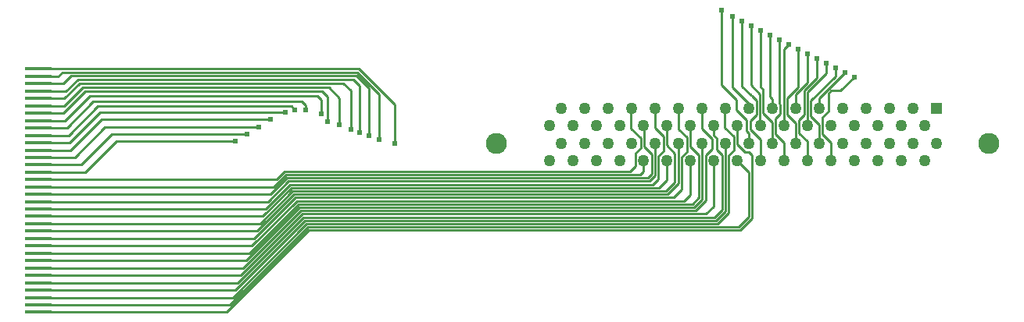
<source format=gtl>
%FSLAX23Y23*%
%MOIN*%
G70*
G01*
G75*
G04 Layer_Physical_Order=1*
G04 Layer_Color=255*
%ADD10R,0.118X0.018*%
%ADD11C,0.010*%
%ADD12C,0.050*%
%ADD13R,0.050X0.050*%
%ADD14C,0.090*%
%ADD15C,0.024*%
D10*
X9935Y10734D02*
D03*
Y10702D02*
D03*
Y10671D02*
D03*
Y10639D02*
D03*
Y10608D02*
D03*
Y10576D02*
D03*
Y10545D02*
D03*
Y10513D02*
D03*
Y10482D02*
D03*
Y10450D02*
D03*
Y10419D02*
D03*
Y10387D02*
D03*
Y10356D02*
D03*
Y10324D02*
D03*
Y10293D02*
D03*
Y10261D02*
D03*
Y10230D02*
D03*
Y10198D02*
D03*
Y10167D02*
D03*
Y10135D02*
D03*
Y10104D02*
D03*
Y10072D02*
D03*
Y10041D02*
D03*
Y10009D02*
D03*
Y9978D02*
D03*
Y9946D02*
D03*
Y9915D02*
D03*
Y9883D02*
D03*
Y9852D02*
D03*
Y9820D02*
D03*
Y9789D02*
D03*
Y9757D02*
D03*
Y9726D02*
D03*
Y9694D02*
D03*
D11*
Y10639D02*
X10053D01*
X10104Y10690D01*
X11279D01*
X11307Y10662D01*
Y10461D02*
Y10662D01*
X9935Y10513D02*
X10049D01*
X10155Y10619D01*
X11125D01*
X11143Y10601D01*
X11141Y10543D02*
X11143Y10601D01*
X9935Y10387D02*
X10073D01*
X10205Y10519D01*
X10925D01*
X9935Y10261D02*
X10951D01*
X10986Y10296D01*
X12458D01*
X12481Y10319D01*
Y10374D01*
X12504Y10397D01*
Y10439D01*
X12463Y10480D02*
X12504Y10439D01*
X12463Y10480D02*
Y10570D01*
X9935Y10135D02*
X10904D01*
X11009Y10240D01*
X12557D01*
X12580Y10263D01*
Y10362D01*
X12601Y10383D01*
Y10445D01*
X12564Y10482D02*
X12601Y10445D01*
X12564Y10482D02*
Y10566D01*
X9935Y10009D02*
X10857D01*
X11032Y10184D01*
X12645D01*
X12680Y10219D01*
Y10358D01*
X12701Y10379D01*
Y10441D01*
X12666Y10476D02*
X12701Y10441D01*
X12666Y10476D02*
Y10568D01*
X9935Y9883D02*
X10810D01*
X11055Y10128D01*
X12738D01*
X12781Y10171D01*
Y10366D01*
X12808Y10393D01*
Y10436D01*
X12765Y10479D02*
X12808Y10436D01*
X12765Y10479D02*
Y10569D01*
X9935Y9757D02*
X10764D01*
X11078Y10072D01*
X12832D01*
X12880Y10120D01*
Y10365D01*
X12901Y10386D01*
Y10445D01*
X12863Y10483D02*
X12901Y10445D01*
X12863Y10483D02*
Y10566D01*
X12895Y10656D02*
Y10959D01*
X12965Y10566D02*
Y10587D01*
X12895Y10657D02*
X12965Y10587D01*
X13055Y10617D02*
Y10880D01*
Y10617D02*
X13065Y10607D01*
Y10566D02*
Y10607D01*
X13215Y10676D02*
Y10799D01*
X13165Y10626D02*
X13215Y10676D01*
X13165Y10566D02*
Y10626D01*
X13374Y10719D02*
X13375D01*
X13265Y10610D02*
X13374Y10719D01*
X13265Y10566D02*
Y10610D01*
X9935Y10702D02*
X9935Y10702D01*
X9930Y10702D02*
X10020D01*
X10038Y10720D01*
X11297D01*
X11389Y10627D01*
Y10432D02*
Y10627D01*
X9935Y10576D02*
X10047D01*
X10125Y10654D01*
X11175D01*
X11220Y10609D01*
Y10494D02*
Y10609D01*
X9935Y10450D02*
X10066D01*
X10190Y10574D01*
X11015D01*
X11030Y10559D01*
X9935Y10324D02*
X10120D01*
X10250Y10454D01*
X10825D01*
X9935Y10198D02*
X10927D01*
X10997Y10268D01*
X12536D01*
X12552Y10284D01*
Y10368D01*
X12518Y10402D02*
X12552Y10368D01*
X12518Y10402D02*
Y10488D01*
X12514Y10492D02*
X12518Y10488D01*
X9935Y10072D02*
X10881D01*
X11020Y10212D01*
X12612D01*
X12650Y10250D01*
Y10373D01*
X12615Y10408D02*
X12650Y10373D01*
X12615Y10408D02*
Y10491D01*
X9935Y9946D02*
X10834D01*
X11044Y10156D01*
X12725D01*
X12753Y10184D01*
Y10365D01*
X12715Y10403D02*
X12753Y10365D01*
X12715Y10403D02*
Y10491D01*
X9935Y9820D02*
X10787D01*
X11067Y10100D01*
X12820D01*
X12852Y10132D01*
Y10365D01*
X12829Y10388D02*
X12852Y10365D01*
X12829Y10388D02*
Y10437D01*
X12814Y10452D02*
X12829Y10437D01*
X12814Y10452D02*
Y10494D01*
X9935Y9694D02*
X10740D01*
X11090Y10044D01*
X12928D01*
X12979Y10095D01*
Y10365D01*
X12965Y10379D02*
X12979Y10365D01*
X12949Y10379D02*
X12965D01*
X12915Y10413D02*
X12949Y10379D01*
X12915Y10413D02*
Y10491D01*
X12975Y10664D02*
Y10919D01*
Y10664D02*
X13013Y10626D01*
Y10493D02*
X13015Y10491D01*
X13013Y10493D02*
Y10626D01*
X13115Y10819D02*
X13135Y10839D01*
X13115Y10491D02*
Y10819D01*
X13294Y10758D02*
X13295Y10759D01*
X13294Y10716D02*
Y10758D01*
X13215Y10637D02*
X13294Y10716D01*
X13215Y10491D02*
Y10637D01*
X9935Y10671D02*
X10041D01*
X10076Y10706D01*
X11291D01*
X11345Y10651D01*
Y10448D02*
Y10651D01*
X9935Y10545D02*
X10041D01*
X10136Y10640D01*
X11144D01*
X11170Y10614D01*
Y10509D02*
Y10614D01*
X9935Y10419D02*
X10070D01*
X10200Y10549D01*
X10990D01*
X9935Y10293D02*
X10136D01*
X10269Y10426D01*
X10774D01*
X9935Y10167D02*
X10916D01*
X11003Y10254D01*
X12542D01*
X12566Y10278D01*
X12565Y10420D02*
X12566Y10419D01*
Y10278D02*
Y10419D01*
X9935Y10041D02*
X10869D01*
X11026Y10198D01*
X12618D01*
X12664Y10244D01*
Y10418D01*
X9935Y9915D02*
X10822D01*
X11049Y10142D01*
X12732D01*
X12767Y10177D01*
Y10337D02*
Y10338D01*
Y10177D02*
Y10337D01*
Y10338D02*
Y10417D01*
X9935Y9789D02*
X10775D01*
X11073Y10086D01*
X12826D01*
X12866Y10126D01*
X12865Y10417D02*
X12866Y10415D01*
Y10126D02*
Y10415D01*
X12847Y10981D02*
X12850Y10984D01*
Y10664D02*
Y10984D01*
Y10664D02*
X12911Y10603D01*
Y10559D02*
Y10603D01*
Y10559D02*
X12954Y10516D01*
Y10470D02*
Y10516D01*
Y10470D02*
X12965Y10459D01*
Y10417D02*
Y10459D01*
X12957Y10425D02*
X12965Y10417D01*
X13015Y10658D02*
Y10899D01*
Y10658D02*
X13027Y10646D01*
Y10544D02*
Y10646D01*
Y10544D02*
X13065Y10506D01*
Y10417D02*
Y10506D01*
X13175Y10656D02*
Y10819D01*
X13129Y10610D02*
X13175Y10656D01*
X13129Y10538D02*
Y10610D01*
Y10538D02*
X13165Y10502D01*
Y10417D02*
Y10502D01*
X13334Y10703D02*
Y10743D01*
X13229Y10598D02*
X13334Y10703D01*
X13229Y10531D02*
Y10598D01*
Y10531D02*
X13265Y10495D01*
Y10417D02*
Y10495D01*
X9935Y10734D02*
X11302D01*
X11454Y10582D01*
X11455Y10414D01*
X9935Y10608D02*
X10047D01*
X10112Y10673D01*
X11236D01*
X11268Y10641D01*
Y10474D02*
Y10641D01*
X9935Y10482D02*
X10058D01*
X10170Y10594D01*
X11060D01*
X11075Y10579D01*
Y10559D02*
Y10579D01*
X9935Y10356D02*
X10092D01*
X10220Y10484D01*
X10875D01*
X9935Y10230D02*
X10939D01*
X10991Y10282D01*
X12502D01*
X12517Y10297D01*
X12515Y10343D02*
X12517Y10341D01*
Y10297D02*
Y10341D01*
X9935Y10104D02*
X10892D01*
X11015Y10226D01*
X12582D01*
X12615Y10259D01*
Y10342D01*
X9935Y9978D02*
X10846D01*
X11038Y10170D01*
X12689D01*
X12714Y10195D01*
Y10343D01*
X9935Y9852D02*
X10799D01*
X11061Y10114D01*
X12782D01*
X12814Y10146D01*
Y10342D01*
X9935Y9726D02*
X10752D01*
X11084Y10058D01*
X12922D01*
X12965Y10101D01*
Y10292D01*
X12915Y10342D02*
X12965Y10292D01*
X12937Y10660D02*
Y10938D01*
Y10660D02*
X12975Y10622D01*
X12978Y10619D02*
X12999Y10598D01*
Y10539D02*
Y10598D01*
X12972Y10512D02*
X12999Y10539D01*
X12972Y10476D02*
Y10512D01*
Y10476D02*
X13015Y10433D01*
Y10342D02*
Y10433D01*
X13094Y10587D02*
X13100Y10581D01*
X13094Y10587D02*
Y10860D01*
X13100Y10543D02*
Y10581D01*
X13080Y10523D02*
X13100Y10543D01*
X13080Y10455D02*
Y10523D01*
Y10455D02*
X13115Y10420D01*
Y10342D02*
Y10420D01*
X13255Y10696D02*
Y10779D01*
X13201Y10642D02*
X13255Y10696D01*
X13201Y10539D02*
Y10642D01*
X13179Y10517D02*
X13201Y10539D01*
X13179Y10460D02*
Y10517D01*
Y10460D02*
X13215Y10424D01*
Y10342D02*
Y10424D01*
X13357Y10641D02*
X13416Y10700D01*
X13316Y10641D02*
X13357D01*
X13305Y10630D02*
X13316Y10641D01*
X13305Y10553D02*
Y10630D01*
X13280Y10528D02*
X13305Y10553D01*
X13280Y10454D02*
Y10528D01*
Y10454D02*
X13315Y10419D01*
Y10342D02*
Y10419D01*
D12*
X12115Y10342D02*
D03*
Y10491D02*
D03*
X12165Y10417D02*
D03*
Y10566D02*
D03*
X12215Y10342D02*
D03*
Y10491D02*
D03*
X12265Y10417D02*
D03*
Y10566D02*
D03*
X12314Y10341D02*
D03*
X12315Y10491D02*
D03*
X12365Y10417D02*
D03*
Y10566D02*
D03*
X12415Y10342D02*
D03*
Y10491D02*
D03*
X12465Y10417D02*
D03*
Y10566D02*
D03*
X12515Y10342D02*
D03*
Y10491D02*
D03*
X12565Y10417D02*
D03*
Y10566D02*
D03*
X12615Y10342D02*
D03*
Y10491D02*
D03*
X12665Y10417D02*
D03*
Y10566D02*
D03*
X12715Y10342D02*
D03*
Y10491D02*
D03*
X12765Y10417D02*
D03*
Y10566D02*
D03*
X12815Y10342D02*
D03*
Y10491D02*
D03*
X12865Y10417D02*
D03*
Y10566D02*
D03*
X12915Y10342D02*
D03*
Y10491D02*
D03*
X12965Y10417D02*
D03*
Y10566D02*
D03*
X13015Y10342D02*
D03*
Y10491D02*
D03*
X13065Y10417D02*
D03*
Y10566D02*
D03*
X13115Y10342D02*
D03*
Y10491D02*
D03*
X13165Y10417D02*
D03*
Y10566D02*
D03*
X13215Y10342D02*
D03*
Y10491D02*
D03*
X13265Y10417D02*
D03*
Y10566D02*
D03*
X13315Y10342D02*
D03*
Y10491D02*
D03*
X13365Y10417D02*
D03*
Y10566D02*
D03*
X13415Y10342D02*
D03*
Y10491D02*
D03*
X13465Y10417D02*
D03*
Y10566D02*
D03*
X13515Y10342D02*
D03*
Y10491D02*
D03*
X13565Y10417D02*
D03*
Y10566D02*
D03*
X13615Y10342D02*
D03*
Y10491D02*
D03*
X13665Y10417D02*
D03*
Y10566D02*
D03*
X13715Y10342D02*
D03*
Y10491D02*
D03*
X13765Y10417D02*
D03*
D13*
Y10566D02*
D03*
D14*
X13990Y10416D02*
D03*
X11890D02*
D03*
D15*
X11307Y10461D02*
D03*
X11141Y10543D02*
D03*
X10925Y10519D02*
D03*
X12895Y10959D02*
D03*
X13055Y10879D02*
D03*
X13215Y10799D02*
D03*
X13375Y10719D02*
D03*
X11389Y10432D02*
D03*
X11220Y10494D02*
D03*
X11030Y10559D02*
D03*
X10825Y10454D02*
D03*
X12975Y10919D02*
D03*
X13135Y10839D02*
D03*
X13295Y10759D02*
D03*
X11345Y10448D02*
D03*
X11170Y10509D02*
D03*
X10990Y10549D02*
D03*
X10774Y10426D02*
D03*
X12850Y10984D02*
D03*
X13015Y10899D02*
D03*
X13175Y10819D02*
D03*
X13335Y10739D02*
D03*
X11455Y10414D02*
D03*
X11268Y10474D02*
D03*
X11075Y10559D02*
D03*
X10875Y10484D02*
D03*
X12937Y10938D02*
D03*
X13095Y10859D02*
D03*
X13255Y10779D02*
D03*
X13415Y10699D02*
D03*
M02*

</source>
